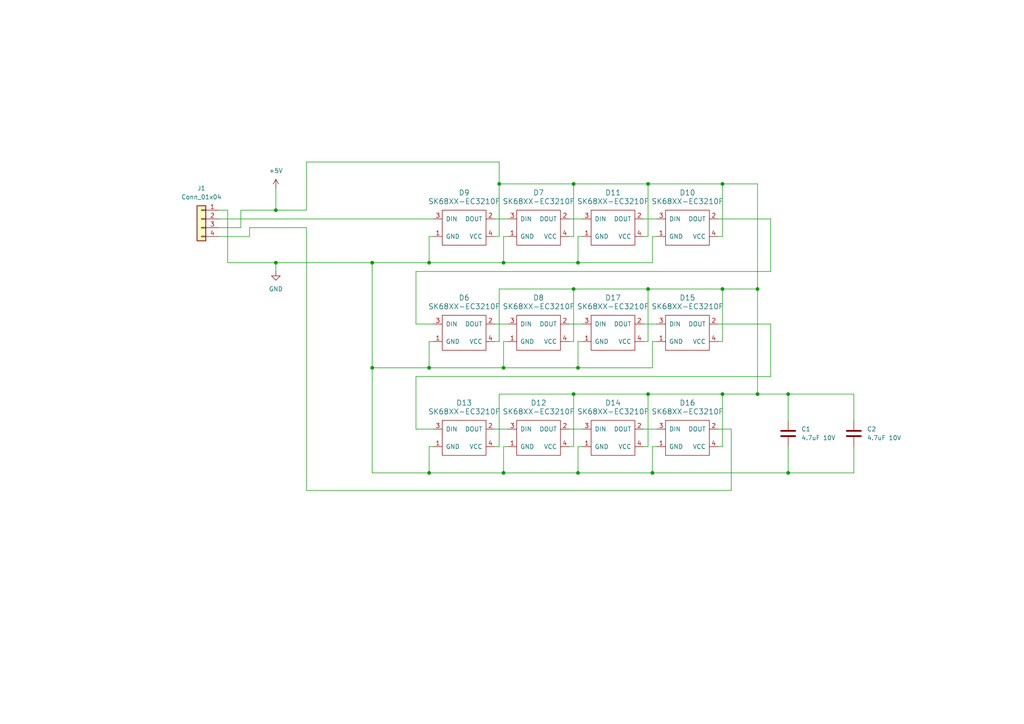
<source format=kicad_sch>
(kicad_sch (version 20250114) (generator "eeschema") (generator_version "9.0")
  (paper "A4")
  (lib_symbols
    (symbol "Connector_Generic:Conn_01x04" (pin_names (offset 1.016) (hide yes))
      (property "Reference" "J" (at 0 5.08 0))
      (property "Value" "Conn_01x04" (at 0 -7.62 0))
      (symbol "Conn_01x04_1_1"
        (rectangle (start -1.27 3.81) (end 1.27 -6.35) (stroke (width 0.254)) (fill (type background)))
        (rectangle (start -1.27 2.667) (end 0 2.413) (stroke (width 0.1524)))
        (rectangle (start -1.27 0.127) (end 0 -0.127) (stroke (width 0.1524)))
        (rectangle (start -1.27 -2.413) (end 0 -2.667) (stroke (width 0.1524)))
        (rectangle (start -1.27 -4.953) (end 0 -5.207) (stroke (width 0.1524)))
        (pin passive line (at -5.08 2.54 0) (length 3.81) (name "Pin_1") (number "1"))
        (pin passive line (at -5.08 0 0) (length 3.81) (name "Pin_2") (number "2"))
        (pin passive line (at -5.08 -2.54 0) (length 3.81) (name "Pin_3") (number "3"))
        (pin passive line (at -5.08 -5.08 0) (length 3.81) (name "Pin_4") (number "4"))
      )
    )
    (symbol "Device:C" (pin_numbers (hide yes)) (pin_names (offset 0.254))
      (property "Reference" "C" (at 0.635 2.54 0))
      (property "Value" "C" (at 0.635 -2.54 0))
      (symbol "C_0_1"
        (polyline (pts (xy -2.032 0.762) (xy 2.032 0.762)) (stroke (width 0.508)))
        (polyline (pts (xy -2.032 -0.762) (xy 2.032 -0.762)) (stroke (width 0.508)))
      )
      (symbol "C_1_1"
        (pin passive line (at 0 3.81 270) (length 2.794) (name "~") (number "1"))
        (pin passive line (at 0 -3.81 90) (length 2.794) (name "~") (number "2"))
      )
    )
    (symbol "Pixels-dice:SK68XX-EC3210F" (pin_names (offset 1.016))
      (property "Reference" "D" (at 0 -6.35 0))
      (property "Value" "SK68XX-EC3210F" (at 0 6.35 0))
      (symbol "SK68XX-EC3210F_0_1"
        (rectangle (start -6.35 5.08) (end 6.35 -5.08))
      )
      (symbol "SK68XX-EC3210F_1_1"
        (pin input line (at -8.89 2.54 0) (length 2.54) (name "DIN") (number "3"))
        (pin power_in line (at -8.89 -2.54 0) (length 2.54) (name "GND") (number "1"))
        (pin output line (at 8.89 2.54 180) (length 2.54) (name "DOUT") (number "2"))
        (pin power_in line (at 8.89 -2.54 180) (length 2.54) (name "VCC") (number "4"))
      )
    )
    (symbol "power:+5V" (power) (pin_numbers (hide yes)) (pin_names (offset 0) (hide yes))
      (property "Value" "+5V" (at 0 3.556 0))
      (symbol "+5V_0_1"
        (polyline (pts (xy -0.762 1.27) (xy 0 2.54)))
        (polyline (pts (xy 0 2.54) (xy 0.762 1.27)))
        (polyline (pts (xy 0 0) (xy 0 2.54)))
      )
      (symbol "+5V_1_1"
        (pin power_in line (at 0 0 90) (length 0) (name "~") (number "1"))
      )
    )
    (symbol "power:GND" (power) (pin_numbers (hide yes)) (pin_names (offset 0) (hide yes))
      (property "Value" "GND" (at 0 -3.81 0))
      (symbol "GND_0_1"
        (polyline (pts (xy 0 0) (xy 0 -1.27) (xy 1.27 -1.27) (xy 0 -2.54) (xy -1.27 -1.27) (xy 0 -1.27)))
      )
      (symbol "GND_1_1"
        (pin power_in line (at 0 0 270) (length 0) (name "~") (number "1"))
      )
    )
  )
  (junction (at 189.23 137.16))
  (junction (at 187.96 83.82))
  (junction (at 209.55 83.82))
  (junction (at 146.05 76.2))
  (junction (at 124.46 76.2))
  (junction (at 146.05 137.16))
  (junction (at 228.6 137.16))
  (junction (at 107.95 76.2))
  (junction (at 167.64 106.68))
  (junction (at 219.71 83.82))
  (junction (at 166.37 53.34))
  (junction (at 166.37 114.3))
  (junction (at 187.96 114.3))
  (junction (at 167.64 137.16))
  (junction (at 124.46 137.16))
  (junction (at 124.46 106.68))
  (junction (at 219.71 114.3))
  (junction (at 166.37 83.82))
  (junction (at 146.05 106.68))
  (junction (at 107.95 106.68))
  (junction (at 187.96 53.34))
  (junction (at 228.6 114.3))
  (junction (at 209.55 53.34))
  (junction (at 80.01 60.96))
  (junction (at 144.78 53.34))
  (junction (at 209.55 114.3))
  (junction (at 80.01 76.2))
  (junction (at 167.64 76.2))
  (wire (pts (xy 228.6 129.54) (xy 228.6 137.16)))
  (wire (pts (xy 165.1 124.46) (xy 168.91 124.46)))
  (wire (pts (xy 63.5 63.5) (xy 125.73 63.5)))
  (wire (pts (xy 143.51 63.5) (xy 147.32 63.5)))
  (wire (pts (xy 88.9 142.24) (xy 88.9 66.04)))
  (wire (pts (xy 208.28 68.58) (xy 209.55 68.58)))
  (wire (pts (xy 69.85 66.04) (xy 63.5 66.04)))
  (wire (pts (xy 80.01 76.2) (xy 66.04 76.2)))
  (wire (pts (xy 146.05 106.68) (xy 167.64 106.68)))
  (wire (pts (xy 212.09 142.24) (xy 88.9 142.24)))
  (wire (pts (xy 107.95 106.68) (xy 107.95 137.16)))
  (wire (pts (xy 120.65 78.74) (xy 120.65 93.98)))
  (wire (pts (xy 66.04 76.2) (xy 66.04 60.96)))
  (wire (pts (xy 147.32 129.54) (xy 146.05 129.54)))
  (wire (pts (xy 146.05 129.54) (xy 146.05 137.16)))
  (wire (pts (xy 107.95 106.68) (xy 124.46 106.68)))
  (wire (pts (xy 186.69 99.06) (xy 187.96 99.06)))
  (wire (pts (xy 107.95 76.2) (xy 124.46 76.2)))
  (wire (pts (xy 144.78 129.54) (xy 143.51 129.54)))
  (wire (pts (xy 223.52 78.74) (xy 120.65 78.74)))
  (wire (pts (xy 124.46 76.2) (xy 146.05 76.2)))
  (wire (pts (xy 69.85 60.96) (xy 80.01 60.96)))
  (wire (pts (xy 124.46 99.06) (xy 124.46 106.68)))
  (wire (pts (xy 219.71 83.82) (xy 209.55 83.82)))
  (wire (pts (xy 147.32 99.06) (xy 146.05 99.06)))
  (wire (pts (xy 166.37 114.3) (xy 144.78 114.3)))
  (wire (pts (xy 209.55 114.3) (xy 187.96 114.3)))
  (wire (pts (xy 186.69 68.58) (xy 187.96 68.58)))
  (wire (pts (xy 72.39 66.04) (xy 72.39 68.58)))
  (wire (pts (xy 144.78 99.06) (xy 143.51 99.06)))
  (wire (pts (xy 167.64 129.54) (xy 167.64 137.16)))
  (wire (pts (xy 219.71 83.82) (xy 219.71 114.3)))
  (wire (pts (xy 208.28 99.06) (xy 209.55 99.06)))
  (wire (pts (xy 125.73 129.54) (xy 124.46 129.54)))
  (wire (pts (xy 165.1 68.58) (xy 166.37 68.58)))
  (wire (pts (xy 144.78 114.3) (xy 144.78 129.54)))
  (wire (pts (xy 208.28 124.46) (xy 212.09 124.46)))
  (wire (pts (xy 166.37 129.54) (xy 166.37 114.3)))
  (wire (pts (xy 125.73 99.06) (xy 124.46 99.06)))
  (wire (pts (xy 209.55 83.82) (xy 187.96 83.82)))
  (wire (pts (xy 189.23 129.54) (xy 190.5 129.54)))
  (wire (pts (xy 166.37 99.06) (xy 166.37 83.82)))
  (wire (pts (xy 144.78 46.99) (xy 144.78 53.34)))
  (wire (pts (xy 165.1 63.5) (xy 168.91 63.5)))
  (wire (pts (xy 146.05 76.2) (xy 167.64 76.2)))
  (wire (pts (xy 247.65 114.3) (xy 247.65 121.92)))
  (wire (pts (xy 209.55 99.06) (xy 209.55 83.82)))
  (wire (pts (xy 165.1 93.98) (xy 168.91 93.98)))
  (wire (pts (xy 165.1 129.54) (xy 166.37 129.54)))
  (wire (pts (xy 187.96 53.34) (xy 187.96 68.58)))
  (wire (pts (xy 219.71 114.3) (xy 228.6 114.3)))
  (wire (pts (xy 80.01 60.96) (xy 88.9 60.96)))
  (wire (pts (xy 168.91 99.06) (xy 167.64 99.06)))
  (wire (pts (xy 219.71 53.34) (xy 209.55 53.34)))
  (wire (pts (xy 124.46 106.68) (xy 146.05 106.68)))
  (wire (pts (xy 228.6 114.3) (xy 247.65 114.3)))
  (wire (pts (xy 228.6 137.16) (xy 189.23 137.16)))
  (wire (pts (xy 167.64 99.06) (xy 167.64 106.68)))
  (wire (pts (xy 186.69 124.46) (xy 190.5 124.46)))
  (wire (pts (xy 247.65 137.16) (xy 247.65 129.54)))
  (wire (pts (xy 146.05 137.16) (xy 167.64 137.16)))
  (wire (pts (xy 208.28 93.98) (xy 223.52 93.98)))
  (wire (pts (xy 80.01 54.61) (xy 80.01 60.96)))
  (wire (pts (xy 189.23 137.16) (xy 189.23 129.54)))
  (wire (pts (xy 209.55 68.58) (xy 209.55 53.34)))
  (wire (pts (xy 88.9 46.99) (xy 144.78 46.99)))
  (wire (pts (xy 223.52 109.22) (xy 120.65 109.22)))
  (wire (pts (xy 120.65 93.98) (xy 125.73 93.98)))
  (wire (pts (xy 124.46 137.16) (xy 146.05 137.16)))
  (wire (pts (xy 66.04 60.96) (xy 63.5 60.96)))
  (wire (pts (xy 80.01 76.2) (xy 80.01 78.74)))
  (wire (pts (xy 212.09 124.46) (xy 212.09 142.24)))
  (wire (pts (xy 166.37 68.58) (xy 166.37 53.34)))
  (wire (pts (xy 208.28 63.5) (xy 223.52 63.5)))
  (wire (pts (xy 168.91 129.54) (xy 167.64 129.54)))
  (wire (pts (xy 143.51 93.98) (xy 147.32 93.98)))
  (wire (pts (xy 186.69 93.98) (xy 190.5 93.98)))
  (wire (pts (xy 165.1 99.06) (xy 166.37 99.06)))
  (wire (pts (xy 187.96 83.82) (xy 166.37 83.82)))
  (wire (pts (xy 144.78 68.58) (xy 143.51 68.58)))
  (wire (pts (xy 187.96 114.3) (xy 166.37 114.3)))
  (wire (pts (xy 186.69 63.5) (xy 190.5 63.5)))
  (wire (pts (xy 208.28 129.54) (xy 209.55 129.54)))
  (wire (pts (xy 219.71 53.34) (xy 219.71 83.82)))
  (wire (pts (xy 167.64 137.16) (xy 189.23 137.16)))
  (wire (pts (xy 88.9 60.96) (xy 88.9 46.99)))
  (wire (pts (xy 120.65 109.22) (xy 120.65 124.46)))
  (wire (pts (xy 189.23 68.58) (xy 190.5 68.58)))
  (wire (pts (xy 189.23 76.2) (xy 189.23 68.58)))
  (wire (pts (xy 209.55 53.34) (xy 187.96 53.34)))
  (wire (pts (xy 167.64 68.58) (xy 167.64 76.2)))
  (wire (pts (xy 186.69 129.54) (xy 187.96 129.54)))
  (wire (pts (xy 228.6 114.3) (xy 228.6 121.92)))
  (wire (pts (xy 187.96 53.34) (xy 166.37 53.34)))
  (wire (pts (xy 189.23 106.68) (xy 189.23 99.06)))
  (wire (pts (xy 166.37 83.82) (xy 144.78 83.82)))
  (wire (pts (xy 223.52 63.5) (xy 223.52 78.74)))
  (wire (pts (xy 167.64 76.2) (xy 189.23 76.2)))
  (wire (pts (xy 143.51 124.46) (xy 147.32 124.46)))
  (wire (pts (xy 120.65 124.46) (xy 125.73 124.46)))
  (wire (pts (xy 72.39 66.04) (xy 88.9 66.04)))
  (wire (pts (xy 146.05 99.06) (xy 146.05 106.68)))
  (wire (pts (xy 107.95 76.2) (xy 107.95 106.68)))
  (wire (pts (xy 147.32 68.58) (xy 146.05 68.58)))
  (wire (pts (xy 209.55 129.54) (xy 209.55 114.3)))
  (wire (pts (xy 125.73 68.58) (xy 124.46 68.58)))
  (wire (pts (xy 166.37 53.34) (xy 144.78 53.34)))
  (wire (pts (xy 189.23 99.06) (xy 190.5 99.06)))
  (wire (pts (xy 144.78 53.34) (xy 144.78 68.58)))
  (wire (pts (xy 167.64 106.68) (xy 189.23 106.68)))
  (wire (pts (xy 69.85 60.96) (xy 69.85 66.04)))
  (wire (pts (xy 80.01 76.2) (xy 107.95 76.2)))
  (wire (pts (xy 144.78 83.82) (xy 144.78 99.06)))
  (wire (pts (xy 168.91 68.58) (xy 167.64 68.58)))
  (wire (pts (xy 187.96 83.82) (xy 187.96 99.06)))
  (wire (pts (xy 219.71 114.3) (xy 209.55 114.3)))
  (wire (pts (xy 187.96 114.3) (xy 187.96 129.54)))
  (wire (pts (xy 107.95 137.16) (xy 124.46 137.16)))
  (wire (pts (xy 228.6 137.16) (xy 247.65 137.16)))
  (wire (pts (xy 146.05 68.58) (xy 146.05 76.2)))
  (wire (pts (xy 223.52 93.98) (xy 223.52 109.22)))
  (wire (pts (xy 72.39 68.58) (xy 63.5 68.58)))
  (wire (pts (xy 124.46 129.54) (xy 124.46 137.16)))
  (wire (pts (xy 124.46 68.58) (xy 124.46 76.2)))
  (symbol (lib_id "Device:C") (at 228.6 125.73 0) (unit 1)
    (property "Reference" "C1" (at 232.41 124.4599 0) (effects (justify left)))
    (property "Value" "4.7uF 10V" (at 232.41 126.9999 0) (effects (justify left)))
    (property "Footprint" "Pixels-dice:C_0402_1005Metric" (effects (hide yes)))
    (property "Description" "Unpolarized capacitor" (effects (hide yes)))
  )
  (symbol (lib_id "Device:C") (at 247.65 125.73 0) (unit 1)
    (property "Reference" "C2" (at 251.46 124.4599 0) (effects (justify left)))
    (property "Value" "4.7uF 10V" (at 251.46 126.9999 0) (effects (justify left)))
    (property "Footprint" "Pixels-dice:C_0402_1005Metric" (effects (hide yes)))
    (property "Description" "Unpolarized capacitor" (effects (hide yes)))
  )
  (symbol (lib_id "Pixels-dice:SK68XX-EC3210F") (at 199.39 66.04 0) (unit 1)
    (property "Reference" "D10" (at 199.39 55.88 0) (effects (font (size 1.524 1.524))))
    (property "Value" "SK68XX-EC3210F" (at 199.39 58.42 0) (effects (font (size 1.524 1.524))))
    (property "Footprint" "Pixels-dice:SK68XX-EC3210F" (effects (hide yes)))
  )
  (symbol (lib_id "Pixels-dice:SK68XX-EC3210F") (at 199.39 127 0) (unit 1)
    (property "Reference" "D16" (at 199.39 116.84 0) (effects (font (size 1.524 1.524))))
    (property "Value" "SK68XX-EC3210F" (at 199.39 119.38 0) (effects (font (size 1.524 1.524))))
    (property "Footprint" "Pixels-dice:SK68XX-EC3210F" (effects (hide yes)))
  )
  (symbol (lib_id "Pixels-dice:SK68XX-EC3210F") (at 177.8 66.04 0) (unit 1)
    (property "Reference" "D11" (at 177.8 55.88 0) (effects (font (size 1.524 1.524))))
    (property "Value" "SK68XX-EC3210F" (at 177.8 58.42 0) (effects (font (size 1.524 1.524))))
    (property "Footprint" "Pixels-dice:SK68XX-EC3210F-TOPMOUNT" (effects (hide yes)))
  )
  (symbol (lib_id "Connector_Generic:Conn_01x04") (at 58.42 63.5 0) (mirror y) (unit 1)
    (property "Reference" "J1" (at 58.42 54.61 0))
    (property "Value" "Conn_01x04" (at 58.42 57.15 0))
    (property "Footprint" "Pixels-dice:Pyre_Con4" (effects (hide yes)))
    (property "Description" "Generic connector, single row, 01x04, script generated (kicad-library-utils/schlib/autogen/connector/)" (effects (hide yes)))
  )
  (symbol (lib_id "Pixels-dice:SK68XX-EC3210F") (at 156.21 127 0) (unit 1)
    (property "Reference" "D12" (at 156.21 116.84 0) (effects (font (size 1.524 1.524))))
    (property "Value" "SK68XX-EC3210F" (at 156.21 119.38 0) (effects (font (size 1.524 1.524))))
    (property "Footprint" "Pixels-dice:SK68XX-EC3210F" (effects (hide yes)))
  )
  (symbol (lib_id "Pixels-dice:SK68XX-EC3210F") (at 177.8 96.52 0) (unit 1)
    (property "Reference" "D17" (at 177.8 86.36 0) (effects (font (size 1.524 1.524))))
    (property "Value" "SK68XX-EC3210F" (at 177.8 88.9 0) (effects (font (size 1.524 1.524))))
    (property "Footprint" "Pixels-dice:SK68XX-EC3210F-TOPMOUNT" (effects (hide yes)))
  )
  (symbol (lib_id "Pixels-dice:SK68XX-EC3210F") (at 156.21 96.52 0) (unit 1)
    (property "Reference" "D8" (at 156.21 86.36 0) (effects (font (size 1.524 1.524))))
    (property "Value" "SK68XX-EC3210F" (at 156.21 88.9 0) (effects (font (size 1.524 1.524))))
    (property "Footprint" "Pixels-dice:SK68XX-EC3210F" (effects (hide yes)))
  )
  (symbol (lib_id "Pixels-dice:SK68XX-EC3210F") (at 134.62 96.52 0) (unit 1)
    (property "Reference" "D6" (at 134.62 86.36 0) (effects (font (size 1.524 1.524))))
    (property "Value" "SK68XX-EC3210F" (at 134.62 88.9 0) (effects (font (size 1.524 1.524))))
    (property "Footprint" "Pixels-dice:SK68XX-EC3210F" (effects (hide yes)))
  )
  (symbol (lib_id "Pixels-dice:SK68XX-EC3210F") (at 134.62 127 0) (unit 1)
    (property "Reference" "D13" (at 134.62 116.84 0) (effects (font (size 1.524 1.524))))
    (property "Value" "SK68XX-EC3210F" (at 134.62 119.38 0) (effects (font (size 1.524 1.524))))
    (property "Footprint" "Pixels-dice:SK68XX-EC3210F-TOPMOUNT" (effects (hide yes)))
  )
  (symbol (lib_id "Pixels-dice:SK68XX-EC3210F") (at 134.62 66.04 0) (unit 1)
    (property "Reference" "D9" (at 134.62 55.88 0) (effects (font (size 1.524 1.524))))
    (property "Value" "SK68XX-EC3210F" (at 134.62 58.42 0) (effects (font (size 1.524 1.524))))
    (property "Footprint" "Pixels-dice:SK68XX-EC3210F-TOPMOUNT" (effects (hide yes)))
  )
  (symbol (lib_id "power:+5V") (at 80.01 54.61 0) (unit 1)
    (property "Reference" "#PWR03" (effects (hide yes)))
    (property "Value" "+5V" (at 80.01 49.53 0))
    (property "Description" "Power symbol creates a global label with name \"+5V\"" (effects (hide yes)))
  )
  (symbol (lib_id "power:GND") (at 80.01 78.74 0) (unit 1)
    (property "Reference" "#PWR01" (effects (hide yes)))
    (property "Value" "GND" (at 80.01 83.82 0))
    (property "Description" "Power symbol creates a global label with name \"GND\" , ground" (effects (hide yes)))
  )
  (symbol (lib_id "Pixels-dice:SK68XX-EC3210F") (at 199.39 96.52 0) (unit 1)
    (property "Reference" "D15" (at 199.39 86.36 0) (effects (font (size 1.524 1.524))))
    (property "Value" "SK68XX-EC3210F" (at 199.39 88.9 0) (effects (font (size 1.524 1.524))))
    (property "Footprint" "Pixels-dice:SK68XX-EC3210F-TOPMOUNT" (effects (hide yes)))
  )
  (symbol (lib_id "Pixels-dice:SK68XX-EC3210F") (at 156.21 66.04 0) (unit 1)
    (property "Reference" "D7" (at 156.21 55.88 0) (effects (font (size 1.524 1.524))))
    (property "Value" "SK68XX-EC3210F" (at 156.21 58.42 0) (effects (font (size 1.524 1.524))))
    (property "Footprint" "Pixels-dice:SK68XX-EC3210F-TOPMOUNT" (effects (hide yes)))
  )
  (symbol (lib_id "Pixels-dice:SK68XX-EC3210F") (at 177.8 127 0) (unit 1)
    (property "Reference" "D14" (at 177.8 116.84 0) (effects (font (size 1.524 1.524))))
    (property "Value" "SK68XX-EC3210F" (at 177.8 119.38 0) (effects (font (size 1.524 1.524))))
    (property "Footprint" "Pixels-dice:SK68XX-EC3210F" (effects (hide yes)))
  )
)
</source>
